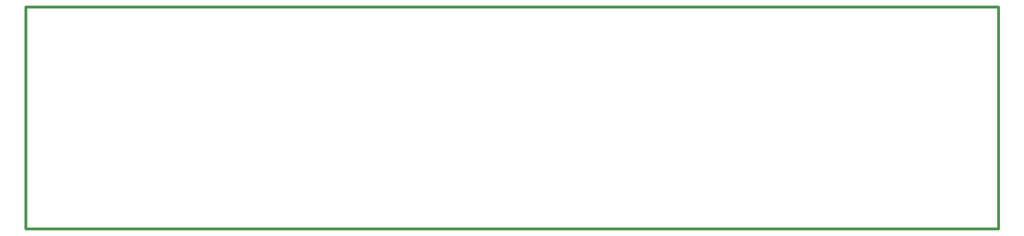
<source format=gtp>
G04*
G04 #@! TF.GenerationSoftware,Altium Limited,Altium Designer,21.7.1 (17)*
G04*
G04 Layer_Color=8421504*
%FSLAX25Y25*%
%MOIN*%
G70*
G04*
G04 #@! TF.SameCoordinates,5A6BF6B2-75EA-49F6-9102-A494C9BE1907*
G04*
G04*
G04 #@! TF.FilePolarity,Positive*
G04*
G01*
G75*
%ADD11C,0.01968*%
D11*
X0Y-157480D02*
X688976Y-157480D01*
X0Y0D02*
X688976Y0D01*
X0Y-157480D02*
Y0D01*
X688976D02*
X688976Y-157480D01*
M02*

</source>
